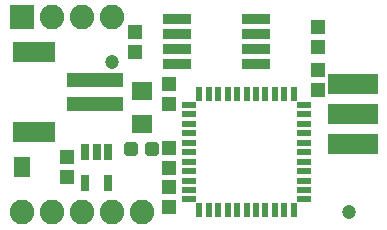
<source format=gbr>
G04 EAGLE Gerber RS-274X export*
G75*
%MOMM*%
%FSLAX34Y34*%
%LPD*%
%INSoldermask Top*%
%IPPOS*%
%AMOC8*
5,1,8,0,0,1.08239X$1,22.5*%
G01*
%ADD10R,1.203200X0.563200*%
%ADD11R,0.563200X1.203200*%
%ADD12R,1.203200X1.303200*%
%ADD13R,1.803200X1.603200*%
%ADD14C,0.505344*%
%ADD15R,2.082800X2.082800*%
%ADD16C,2.082800*%
%ADD17R,4.267200X1.727200*%
%ADD18R,2.413000X0.812800*%
%ADD19R,4.803200X1.203200*%
%ADD20R,3.603200X1.803200*%
%ADD21R,0.753200X1.403200*%
%ADD22R,1.473200X0.838200*%
%ADD23C,1.203200*%


D10*
X252200Y63500D03*
X252200Y71500D03*
X252200Y79500D03*
X252200Y87500D03*
X252200Y95500D03*
X252200Y103500D03*
X252200Y23500D03*
X252200Y31500D03*
X252200Y39500D03*
X252200Y47500D03*
X252200Y55500D03*
D11*
X203200Y112500D03*
X195200Y112500D03*
X187200Y112500D03*
X179200Y112500D03*
X171200Y112500D03*
X163200Y112500D03*
X243200Y112500D03*
X235200Y112500D03*
X227200Y112500D03*
X219200Y112500D03*
X211200Y112500D03*
D10*
X154200Y63500D03*
X154200Y55500D03*
X154200Y47500D03*
X154200Y39500D03*
X154200Y31500D03*
X154200Y23500D03*
X154200Y103500D03*
X154200Y95500D03*
X154200Y87500D03*
X154200Y79500D03*
X154200Y71500D03*
D11*
X203200Y14500D03*
X211200Y14500D03*
X219200Y14500D03*
X227200Y14500D03*
X235200Y14500D03*
X243200Y14500D03*
X163200Y14500D03*
X171200Y14500D03*
X179200Y14500D03*
X187200Y14500D03*
X195200Y14500D03*
D12*
X137414Y121022D03*
X137414Y104022D03*
X50800Y42300D03*
X50800Y59300D03*
D13*
X114300Y87600D03*
X114300Y115600D03*
D12*
X137160Y16900D03*
X137160Y33900D03*
D14*
X119580Y62550D02*
X119580Y69530D01*
X126560Y69530D01*
X126560Y62550D01*
X119580Y62550D01*
X119580Y67350D02*
X126560Y67350D01*
X102040Y69530D02*
X102040Y62550D01*
X102040Y69530D02*
X109020Y69530D01*
X109020Y62550D01*
X102040Y62550D01*
X102040Y67350D02*
X109020Y67350D01*
D12*
X137160Y49920D03*
X137160Y66920D03*
X108712Y147964D03*
X108712Y164964D03*
D15*
X12700Y177800D03*
D16*
X38100Y177800D03*
X63500Y177800D03*
X88900Y177800D03*
X114300Y12700D03*
X88900Y12700D03*
X63500Y12700D03*
X38100Y12700D03*
X12700Y12700D03*
D12*
X263779Y133367D03*
X263779Y116367D03*
X263398Y152790D03*
X263398Y169790D03*
D17*
X293116Y70130D03*
X293116Y95530D03*
X293116Y120930D03*
D18*
X144018Y176530D03*
X144018Y163830D03*
X144018Y151130D03*
X144018Y138430D03*
X211328Y138430D03*
X211328Y151130D03*
X211328Y163830D03*
X211328Y176530D03*
D19*
X75100Y104300D03*
X75100Y124300D03*
D20*
X23100Y80300D03*
X23100Y148300D03*
D21*
X85700Y63801D03*
X76200Y63801D03*
X66700Y63801D03*
X66700Y37799D03*
X85700Y37799D03*
D22*
X12700Y54919D03*
X12700Y46681D03*
D23*
X289560Y12700D03*
X88900Y139700D03*
M02*

</source>
